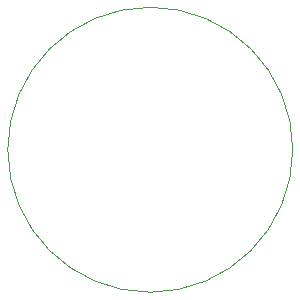
<source format=gbr>
G04 #@! TF.FileFunction,Profile,NP*
%FSLAX46Y46*%
G04 Gerber Fmt 4.6, Leading zero omitted, Abs format (unit mm)*
G04 Created by KiCad (PCBNEW (2015-09-22 BZR 6208)-product) date 29.8.2016 15:05:32*
%MOMM*%
G01*
G04 APERTURE LIST*
%ADD10C,0.100000*%
G04 APERTURE END LIST*
D10*
X145415000Y-105410000D02*
G75*
G03X145415000Y-105410000I-12065000J0D01*
G01*
M02*

</source>
